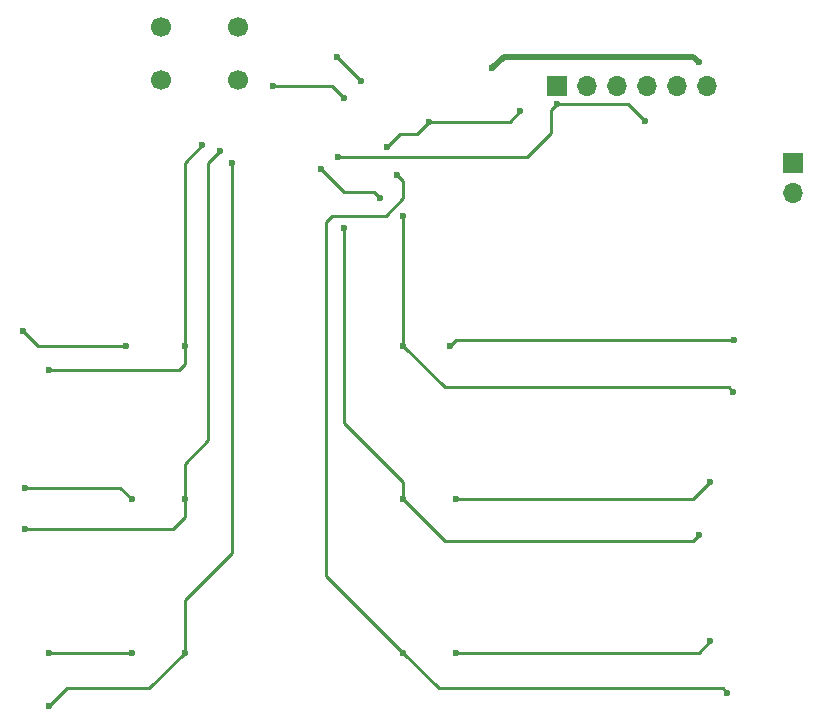
<source format=gbl>
G04 #@! TF.FileFunction,Copper,L2,Bot,Signal*
%FSLAX46Y46*%
G04 Gerber Fmt 4.6, Leading zero omitted, Abs format (unit mm)*
G04 Created by KiCad (PCBNEW 4.0.7) date 02/21/18 16:56:12*
%MOMM*%
%LPD*%
G01*
G04 APERTURE LIST*
%ADD10C,0.100000*%
%ADD11R,1.700000X1.700000*%
%ADD12O,1.700000X1.700000*%
%ADD13C,1.700000*%
%ADD14C,0.600000*%
%ADD15C,0.250000*%
%ADD16C,0.500000*%
G04 APERTURE END LIST*
D10*
D11*
X107000000Y-38000000D03*
D12*
X109540000Y-38000000D03*
X112080000Y-38000000D03*
X114620000Y-38000000D03*
X117160000Y-38000000D03*
X119700000Y-38000000D03*
D11*
X127000000Y-44500000D03*
D12*
X127000000Y-47040000D03*
D13*
X73500000Y-33000000D03*
X80000000Y-33000000D03*
X73500000Y-37500000D03*
X80000000Y-37500000D03*
D14*
X77000000Y-43000000D03*
X75500000Y-60000000D03*
X64000000Y-62000000D03*
X61817000Y-58705000D03*
X70500000Y-60000000D03*
X62000000Y-75500000D03*
X78500000Y-43500000D03*
X75500000Y-73000000D03*
X71000000Y-73000000D03*
X62000000Y-72000000D03*
X79500000Y-44500000D03*
X75500000Y-86000000D03*
X64000000Y-90500000D03*
X71000000Y-86000000D03*
X64000000Y-86000000D03*
X121936000Y-63896000D03*
X94000000Y-60000000D03*
X87000000Y-45000000D03*
X92000000Y-47500000D03*
X94000000Y-49000000D03*
X98000000Y-60000000D03*
X122000000Y-59500000D03*
X119000000Y-76000000D03*
X94000000Y-73000000D03*
X89000000Y-50000000D03*
X98500000Y-73000000D03*
X120000000Y-71500000D03*
X121444000Y-89408000D03*
X94000000Y-86000000D03*
X93500000Y-45500000D03*
X98500000Y-86000000D03*
X120000000Y-85000000D03*
X114500000Y-41000000D03*
X88500000Y-44000000D03*
X107000000Y-39500000D03*
X103886000Y-40132000D03*
X92583000Y-43180000D03*
X96139000Y-41021000D03*
X88392000Y-35560000D03*
X90424000Y-37592000D03*
X101500000Y-36500000D03*
X119000000Y-36000000D03*
X89000000Y-39000000D03*
X83000000Y-38000000D03*
D15*
X75500000Y-60000000D02*
X75500000Y-44500000D01*
X75500000Y-44500000D02*
X77000000Y-43000000D01*
X75500000Y-61500000D02*
X75500000Y-60000000D01*
X75000000Y-62000000D02*
X75500000Y-61500000D01*
X64000000Y-62000000D02*
X75000000Y-62000000D01*
X63112000Y-60000000D02*
X70500000Y-60000000D01*
X63112000Y-60000000D02*
X61817000Y-58705000D01*
X74500000Y-75500000D02*
X62000000Y-75500000D01*
X74500000Y-75500000D02*
X75500000Y-74500000D01*
X75500000Y-73000000D02*
X75500000Y-74500000D01*
X75500000Y-73000000D02*
X75500000Y-70000000D01*
X77500000Y-44500000D02*
X78500000Y-43500000D01*
X77500000Y-68000000D02*
X77500000Y-44500000D01*
X75500000Y-70000000D02*
X77500000Y-68000000D01*
X70000000Y-72000000D02*
X62000000Y-72000000D01*
X70000000Y-72000000D02*
X71000000Y-73000000D01*
X75500000Y-86000000D02*
X75500000Y-81500000D01*
X79500000Y-77500000D02*
X79500000Y-44500000D01*
X75500000Y-81500000D02*
X79500000Y-77500000D01*
X72500000Y-89000000D02*
X75500000Y-86000000D01*
X65500000Y-89000000D02*
X72500000Y-89000000D01*
X64000000Y-90500000D02*
X65500000Y-89000000D01*
X64000000Y-86000000D02*
X71000000Y-86000000D01*
X97500000Y-63500000D02*
X94000000Y-60000000D01*
X121540000Y-63500000D02*
X97500000Y-63500000D01*
X121936000Y-63896000D02*
X121540000Y-63500000D01*
X89000000Y-47000000D02*
X87000000Y-45000000D01*
X91500000Y-47000000D02*
X89000000Y-47000000D01*
X92000000Y-47500000D02*
X91500000Y-47000000D01*
X94000000Y-49000000D02*
X94000000Y-60000000D01*
X98500000Y-59500000D02*
X122000000Y-59500000D01*
X98500000Y-59500000D02*
X98000000Y-60000000D01*
X94000000Y-73000000D02*
X94000000Y-71500000D01*
X119000000Y-76000000D02*
X118500000Y-76500000D01*
X118500000Y-76500000D02*
X97500000Y-76500000D01*
X97500000Y-76500000D02*
X94000000Y-73000000D01*
X89000000Y-66500000D02*
X89000000Y-50000000D01*
X94000000Y-71500000D02*
X89000000Y-66500000D01*
X118500000Y-73000000D02*
X98500000Y-73000000D01*
X120000000Y-71500000D02*
X118500000Y-73000000D01*
X94000000Y-86000000D02*
X97000000Y-89000000D01*
X121036000Y-89000000D02*
X97000000Y-89000000D01*
X121036000Y-89000000D02*
X121444000Y-89408000D01*
X87500000Y-79500000D02*
X94000000Y-86000000D01*
X87500000Y-49500000D02*
X87500000Y-79500000D01*
X88000000Y-49000000D02*
X87500000Y-49500000D01*
X92500000Y-49000000D02*
X88000000Y-49000000D01*
X94000000Y-47500000D02*
X92500000Y-49000000D01*
X94000000Y-46000000D02*
X94000000Y-47500000D01*
X93500000Y-45500000D02*
X94000000Y-46000000D01*
X119000000Y-86000000D02*
X98500000Y-86000000D01*
X120000000Y-85000000D02*
X119000000Y-86000000D01*
X113000000Y-39500000D02*
X107000000Y-39500000D01*
X114500000Y-41000000D02*
X113000000Y-39500000D01*
X104500000Y-44000000D02*
X88500000Y-44000000D01*
X106500000Y-42000000D02*
X104500000Y-44000000D01*
X106500000Y-40000000D02*
X106500000Y-42000000D01*
X107000000Y-39500000D02*
X106500000Y-40000000D01*
X102997000Y-41021000D02*
X96139000Y-41021000D01*
X103886000Y-40132000D02*
X102997000Y-41021000D01*
X92583000Y-43180000D02*
X93726000Y-42037000D01*
X93726000Y-42037000D02*
X95123000Y-42037000D01*
X95123000Y-42037000D02*
X96139000Y-41021000D01*
X90424000Y-37592000D02*
X88392000Y-35560000D01*
D16*
X102500000Y-35500000D02*
X101500000Y-36500000D01*
X118500000Y-35500000D02*
X102500000Y-35500000D01*
X119000000Y-36000000D02*
X118500000Y-35500000D01*
D15*
X89000000Y-39000000D02*
X88000000Y-38000000D01*
X88000000Y-38000000D02*
X83000000Y-38000000D01*
M02*

</source>
